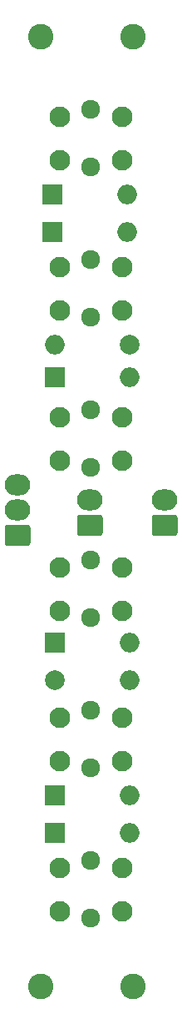
<source format=gbr>
G04 #@! TF.GenerationSoftware,KiCad,Pcbnew,(5.1.5-0-10_14)*
G04 #@! TF.CreationDate,2020-06-21T14:29:58+10:00*
G04 #@! TF.ProjectId,IFEI,49464549-2e6b-4696-9361-645f70636258,rev?*
G04 #@! TF.SameCoordinates,Original*
G04 #@! TF.FileFunction,Soldermask,Top*
G04 #@! TF.FilePolarity,Negative*
%FSLAX46Y46*%
G04 Gerber Fmt 4.6, Leading zero omitted, Abs format (unit mm)*
G04 Created by KiCad (PCBNEW (5.1.5-0-10_14)) date 2020-06-21 14:29:58*
%MOMM*%
%LPD*%
G04 APERTURE LIST*
%ADD10C,2.600000*%
%ADD11C,1.924000*%
%ADD12C,2.100000*%
%ADD13O,2.000000X2.000000*%
%ADD14C,2.000000*%
%ADD15O,2.600000X2.140000*%
%ADD16C,0.100000*%
%ADD17R,2.000000X2.000000*%
G04 APERTURE END LIST*
D10*
X141180000Y-48980000D03*
X131780000Y-48980000D03*
X141180000Y-145370000D03*
X131780000Y-145370000D03*
D11*
X136830000Y-117320000D03*
X136870000Y-123111000D03*
D12*
X133695000Y-118031000D03*
X140045000Y-118031000D03*
X133695000Y-122476000D03*
X140045000Y-122476000D03*
D13*
X140830000Y-114288000D03*
D14*
X133210000Y-114288000D03*
D13*
X133210000Y-80252000D03*
D14*
X140830000Y-80252000D03*
D15*
X144386000Y-96000000D03*
D16*
G36*
X145408667Y-97471481D02*
G01*
X145438514Y-97475908D01*
X145467784Y-97483240D01*
X145496194Y-97493405D01*
X145523470Y-97506306D01*
X145549351Y-97521818D01*
X145573587Y-97539792D01*
X145595944Y-97560056D01*
X145616208Y-97582413D01*
X145634182Y-97606649D01*
X145649694Y-97632530D01*
X145662595Y-97659806D01*
X145672760Y-97688216D01*
X145680092Y-97717486D01*
X145684519Y-97747333D01*
X145686000Y-97777470D01*
X145686000Y-99302530D01*
X145684519Y-99332667D01*
X145680092Y-99362514D01*
X145672760Y-99391784D01*
X145662595Y-99420194D01*
X145649694Y-99447470D01*
X145634182Y-99473351D01*
X145616208Y-99497587D01*
X145595944Y-99519944D01*
X145573587Y-99540208D01*
X145549351Y-99558182D01*
X145523470Y-99573694D01*
X145496194Y-99586595D01*
X145467784Y-99596760D01*
X145438514Y-99604092D01*
X145408667Y-99608519D01*
X145378530Y-99610000D01*
X143393470Y-99610000D01*
X143363333Y-99608519D01*
X143333486Y-99604092D01*
X143304216Y-99596760D01*
X143275806Y-99586595D01*
X143248530Y-99573694D01*
X143222649Y-99558182D01*
X143198413Y-99540208D01*
X143176056Y-99519944D01*
X143155792Y-99497587D01*
X143137818Y-99473351D01*
X143122306Y-99447470D01*
X143109405Y-99420194D01*
X143099240Y-99391784D01*
X143091908Y-99362514D01*
X143087481Y-99332667D01*
X143086000Y-99302530D01*
X143086000Y-97777470D01*
X143087481Y-97747333D01*
X143091908Y-97717486D01*
X143099240Y-97688216D01*
X143109405Y-97659806D01*
X143122306Y-97632530D01*
X143137818Y-97606649D01*
X143155792Y-97582413D01*
X143176056Y-97560056D01*
X143198413Y-97539792D01*
X143222649Y-97521818D01*
X143248530Y-97506306D01*
X143275806Y-97493405D01*
X143304216Y-97483240D01*
X143333486Y-97475908D01*
X143363333Y-97471481D01*
X143393470Y-97470000D01*
X145378530Y-97470000D01*
X145408667Y-97471481D01*
G37*
D15*
X129400000Y-94476000D03*
X129400000Y-97016000D03*
D16*
G36*
X130422667Y-98487481D02*
G01*
X130452514Y-98491908D01*
X130481784Y-98499240D01*
X130510194Y-98509405D01*
X130537470Y-98522306D01*
X130563351Y-98537818D01*
X130587587Y-98555792D01*
X130609944Y-98576056D01*
X130630208Y-98598413D01*
X130648182Y-98622649D01*
X130663694Y-98648530D01*
X130676595Y-98675806D01*
X130686760Y-98704216D01*
X130694092Y-98733486D01*
X130698519Y-98763333D01*
X130700000Y-98793470D01*
X130700000Y-100318530D01*
X130698519Y-100348667D01*
X130694092Y-100378514D01*
X130686760Y-100407784D01*
X130676595Y-100436194D01*
X130663694Y-100463470D01*
X130648182Y-100489351D01*
X130630208Y-100513587D01*
X130609944Y-100535944D01*
X130587587Y-100556208D01*
X130563351Y-100574182D01*
X130537470Y-100589694D01*
X130510194Y-100602595D01*
X130481784Y-100612760D01*
X130452514Y-100620092D01*
X130422667Y-100624519D01*
X130392530Y-100626000D01*
X128407470Y-100626000D01*
X128377333Y-100624519D01*
X128347486Y-100620092D01*
X128318216Y-100612760D01*
X128289806Y-100602595D01*
X128262530Y-100589694D01*
X128236649Y-100574182D01*
X128212413Y-100556208D01*
X128190056Y-100535944D01*
X128169792Y-100513587D01*
X128151818Y-100489351D01*
X128136306Y-100463470D01*
X128123405Y-100436194D01*
X128113240Y-100407784D01*
X128105908Y-100378514D01*
X128101481Y-100348667D01*
X128100000Y-100318530D01*
X128100000Y-98793470D01*
X128101481Y-98763333D01*
X128105908Y-98733486D01*
X128113240Y-98704216D01*
X128123405Y-98675806D01*
X128136306Y-98648530D01*
X128151818Y-98622649D01*
X128169792Y-98598413D01*
X128190056Y-98576056D01*
X128212413Y-98555792D01*
X128236649Y-98537818D01*
X128262530Y-98522306D01*
X128289806Y-98509405D01*
X128318216Y-98499240D01*
X128347486Y-98491908D01*
X128377333Y-98487481D01*
X128407470Y-98486000D01*
X130392530Y-98486000D01*
X130422667Y-98487481D01*
G37*
D15*
X136766000Y-96000000D03*
D16*
G36*
X137788667Y-97471481D02*
G01*
X137818514Y-97475908D01*
X137847784Y-97483240D01*
X137876194Y-97493405D01*
X137903470Y-97506306D01*
X137929351Y-97521818D01*
X137953587Y-97539792D01*
X137975944Y-97560056D01*
X137996208Y-97582413D01*
X138014182Y-97606649D01*
X138029694Y-97632530D01*
X138042595Y-97659806D01*
X138052760Y-97688216D01*
X138060092Y-97717486D01*
X138064519Y-97747333D01*
X138066000Y-97777470D01*
X138066000Y-99302530D01*
X138064519Y-99332667D01*
X138060092Y-99362514D01*
X138052760Y-99391784D01*
X138042595Y-99420194D01*
X138029694Y-99447470D01*
X138014182Y-99473351D01*
X137996208Y-99497587D01*
X137975944Y-99519944D01*
X137953587Y-99540208D01*
X137929351Y-99558182D01*
X137903470Y-99573694D01*
X137876194Y-99586595D01*
X137847784Y-99596760D01*
X137818514Y-99604092D01*
X137788667Y-99608519D01*
X137758530Y-99610000D01*
X135773470Y-99610000D01*
X135743333Y-99608519D01*
X135713486Y-99604092D01*
X135684216Y-99596760D01*
X135655806Y-99586595D01*
X135628530Y-99573694D01*
X135602649Y-99558182D01*
X135578413Y-99540208D01*
X135556056Y-99519944D01*
X135535792Y-99497587D01*
X135517818Y-99473351D01*
X135502306Y-99447470D01*
X135489405Y-99420194D01*
X135479240Y-99391784D01*
X135471908Y-99362514D01*
X135467481Y-99332667D01*
X135466000Y-99302530D01*
X135466000Y-97777470D01*
X135467481Y-97747333D01*
X135471908Y-97717486D01*
X135479240Y-97688216D01*
X135489405Y-97659806D01*
X135502306Y-97632530D01*
X135517818Y-97606649D01*
X135535792Y-97582413D01*
X135556056Y-97560056D01*
X135578413Y-97539792D01*
X135602649Y-97521818D01*
X135628530Y-97506306D01*
X135655806Y-97493405D01*
X135684216Y-97483240D01*
X135713486Y-97475908D01*
X135743333Y-97471481D01*
X135773470Y-97470000D01*
X137758530Y-97470000D01*
X137788667Y-97471481D01*
G37*
D13*
X140830000Y-129782000D03*
D17*
X133210000Y-129782000D03*
D13*
X140830000Y-125972000D03*
D17*
X133210000Y-125972000D03*
D13*
X140830000Y-110478000D03*
D17*
X133210000Y-110478000D03*
D13*
X140830000Y-83554000D03*
D17*
X133210000Y-83554000D03*
D13*
X140576000Y-68822000D03*
D17*
X132956000Y-68822000D03*
D13*
X140576000Y-65012000D03*
D17*
X132956000Y-65012000D03*
D11*
X136830000Y-132560000D03*
X136870000Y-138351000D03*
D12*
X133695000Y-133271000D03*
X140045000Y-133271000D03*
X133695000Y-137716000D03*
X140045000Y-137716000D03*
D11*
X136830000Y-102080000D03*
X136870000Y-107871000D03*
D12*
X133695000Y-102791000D03*
X140045000Y-102791000D03*
X133695000Y-107236000D03*
X140045000Y-107236000D03*
D11*
X136830000Y-86840000D03*
X136870000Y-92631000D03*
D12*
X133695000Y-87551000D03*
X140045000Y-87551000D03*
X133695000Y-91996000D03*
X140045000Y-91996000D03*
D11*
X136830000Y-71600000D03*
X136870000Y-77391000D03*
D12*
X133695000Y-72311000D03*
X140045000Y-72311000D03*
X133695000Y-76756000D03*
X140045000Y-76756000D03*
D11*
X136830000Y-56360000D03*
X136870000Y-62151000D03*
D12*
X133695000Y-57071000D03*
X140045000Y-57071000D03*
X133695000Y-61516000D03*
X140045000Y-61516000D03*
M02*

</source>
